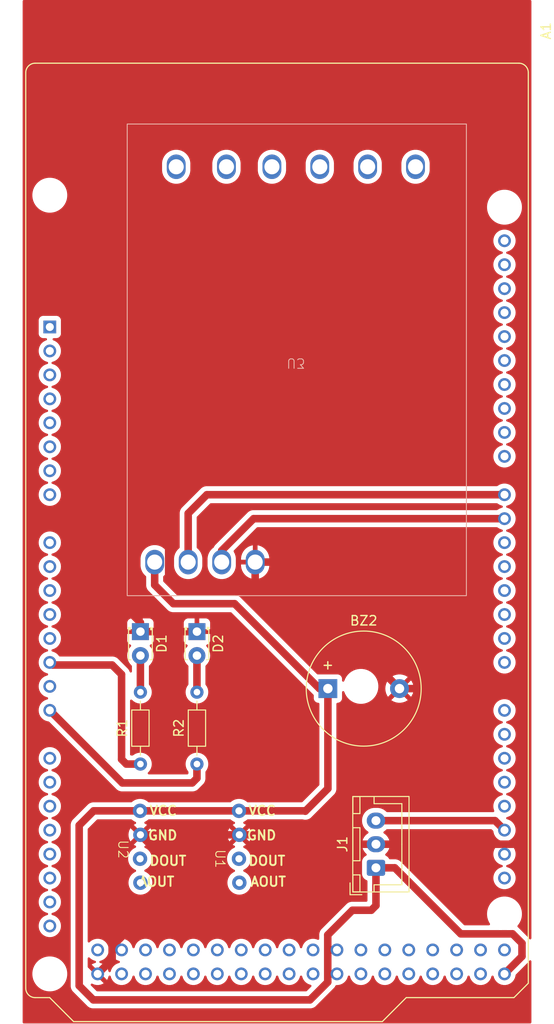
<source format=kicad_pcb>
(kicad_pcb (version 20240108) (generator "pcbnew") (generator_version "8.0")
  (layers (0 "F.Cu" signal) (31 "B.Cu" signal) (34 "B.Paste" user) (35 "F.Paste" user) (36 "B.SilkS" user "B.Silkscreen") (37 "F.SilkS" user "F.Silkscreen") (38 "B.Mask" user) (39 "F.Mask" user) (44 "Edge.Cuts" user))
  (net 0 "")
  (net 11 "Net-(A1-PadAD5)")
  (net 15 "Net-(U3-IN2)")
  (net 34 "Net-(A1-PadAD7)")
  (net 61 "Net-(J1-Pin_3)")
  (net 84 "Net-(D1-A)")
  (net 85 "Net-(D2-A)")
  (net 86 "GND")
  (net 87 "+5V")
  (net 92 "Net-(U3-IN1)")
  (footprint "LED_THT:LED_D1.8mm_W3.3mm_H2.4mm" (layer "F.Cu") (at 216.5 89.46 -90)
    (property "Reference" "D1" (at 1.27 -2.26 90) (layer "F.SilkS"))
    (property "Value" "LED")
    (fp_line (start -0.44 1.26) (end 2.98 1.26) (stroke (width 0.12)) (layer "F.SilkS"))
    (fp_line (start -0.44 1.08) (end -0.44 1.26) (stroke (width 0.12)) (layer "F.SilkS"))
    (fp_line (start -0.32 1.08) (end -0.32 1.26) (stroke (width 0.12)) (layer "F.SilkS"))
    (fp_line (start -0.2 1.08) (end -0.2 1.26) (stroke (width 0.12)) (layer "F.SilkS"))
    (fp_line (start 2.98 1.028) (end 2.98 1.26) (stroke (width 0.12)) (layer "F.SilkS"))
    (fp_line (start -0.44 -1.26) (end -0.44 -1.08) (stroke (width 0.12)) (layer "F.SilkS"))
    (fp_line (start -0.44 -1.26) (end 2.98 -1.26) (stroke (width 0.12)) (layer "F.SilkS"))
    (fp_line (start -0.32 -1.26) (end -0.32 -1.08) (stroke (width 0.12)) (layer "F.SilkS"))
    (fp_line (start -0.2 -1.26) (end -0.2 -1.08) (stroke (width 0.12)) (layer "F.SilkS"))
    (fp_line (start 2.98 -1.26) (end 2.98 -1.028) (stroke (width 0.12)) (layer "F.SilkS"))
    (pad "1" thru_hole rect (at 0 0 270) (size 1.8 1.8) (drill 0.9) (layers "*.Cu" "*.Mask") (net 86 "GND"))
    (pad "2" thru_hole circle (at 2.54 0 270) (size 1.8 1.8) (drill 0.9) (layers "*.Cu" "*.Mask") (net 84 "Net-(D1-A)"))
  )
  (footprint "A000067:MODULE_A000067" (layer "F.Cu") (at 231 80 -90)
    (property "Reference" "A1" (at -54.225 -28.555 90) (layer "F.SilkS"))
    (property "Value" "A000067")
    (fp_line (start 47.26 26.67) (end -49.8 26.67) (stroke (width 0.127)) (layer "F.SilkS"))
    (fp_line (start -50.8 25.67) (end -50.8 -25.67) (stroke (width 0.127)) (layer "F.SilkS"))
    (fp_line (start 48.26 24.13) (end 48.26 25.67) (stroke (width 0.127)) (layer "F.SilkS"))
    (fp_line (start 50.8 21.59) (end 48.26 24.13) (stroke (width 0.127)) (layer "F.SilkS"))
    (fp_line (start 50.8 -11.176) (end 50.8 21.59) (stroke (width 0.127)) (layer "F.SilkS"))
    (fp_line (start 48.26 -13.716) (end 50.8 -11.176) (stroke (width 0.127)) (layer "F.SilkS"))
    (fp_line (start 48.26 -25.146) (end 48.26 -13.716) (stroke (width 0.127)) (layer "F.SilkS"))
    (fp_line (start -49.8 -26.67) (end 46.736 -26.67) (stroke (width 0.127)) (layer "F.SilkS"))
    (fp_line (start 46.736 -26.67) (end 48.26 -25.146) (stroke (width 0.127)) (layer "F.SilkS"))
    (fp_arc (start -49.8 26.67) (mid -50.507107 26.377107) (end -50.8 25.67) (stroke (width 0.127)) (layer "F.SilkS"))
    (fp_arc (start 48.26 25.67) (mid 47.967107 26.377107) (end 47.26 26.67) (stroke (width 0.127)) (layer "F.SilkS"))
    (fp_arc (start -50.8 -25.67) (mid -50.507107 -26.377107) (end -49.8 -26.67) (stroke (width 0.127)) (layer "F.SilkS"))
    (pad "" np_thru_hole circle (at -36.8044 24.1172 270) (size 3.2 3.2) (drill 3.2) (layers "*.Cu" "*.Mask"))
    (pad "" np_thru_hole circle (at -35.5344 -24.1428 270) (size 3.2 3.2) (drill 3.2) (layers "*.Cu" "*.Mask"))
    (pad "" np_thru_hole circle (at 15.2656 -8.9028 270) (size 3.2 3.2) (drill 3.2) (layers "*.Cu" "*.Mask"))
    (pad "" np_thru_hole circle (at 15.2656 19.0372 270) (size 3.2 3.2) (drill 3.2) (layers "*.Cu" "*.Mask"))
    (pad "" np_thru_hole circle (at 39.3956 -24.1428 270) (size 3.2 3.2) (drill 3.2) (layers "*.Cu" "*.Mask"))
    (pad "" np_thru_hole circle (at 45.7456 24.1172 270) (size 3.2 3.2) (drill 3.2) (layers "*.Cu" "*.Mask"))
    (pad "0" thru_hole circle (at 12.7256 -24.1428 270) (size 1.358 1.358) (drill 0.85) (layers "*.Cu" "*.Mask"))
    (pad "1" thru_hole circle (at 10.1856 -24.1428 270) (size 1.358 1.358) (drill 0.85) (layers "*.Cu" "*.Mask"))
    (pad "2" thru_hole circle (at 7.6456 -24.1428 270) (size 1.358 1.358) (drill 0.85) (layers "*.Cu" "*.Mask"))
    (pad "3" thru_hole circle (at 5.1056 -24.1428 270) (size 1.358 1.358) (drill 0.85) (layers "*.Cu" "*.Mask"))
    (pad "3V3" thru_hole circle (at -15.2144 24.1172 270) (size 1.358 1.358) (drill 0.85) (layers "*.Cu" "*.Mask"))
    (pad "4" thru_hole circle (at 2.5656 -24.1428 270) (size 1.358 1.358) (drill 0.85) (layers "*.Cu" "*.Mask"))
    (pad "5" thru_hole circle (at 0.0256 -24.1428 270) (size 1.358 1.358) (drill 0.85) (layers "*.Cu" "*.Mask"))
    (pad "5V_1" thru_hole circle (at -12.6744 24.1172 270) (size 1.358 1.358) (drill 0.85) (layers "*.Cu" "*.Mask"))
    (pad "5V_2" thru_hole circle (at 43.2056 -24.1428 270) (size 1.358 1.358) (drill 0.85) (layers "*.Cu" "*.Mask"))
    (pad "5V_3" thru_hole circle (at 45.7456 -24.1428 270) (size 1.358 1.358) (drill 0.85) (layers "*.Cu" "*.Mask") (net 87 "+5V"))
    (pad "6" thru_hole circle (at -2.5144 -24.1428 270) (size 1.358 1.358) (drill 0.85) (layers "*.Cu" "*.Mask") (net 92 "Net-(U3-IN1)"))
    (pad "7" thru_hole circle (at -5.0544 -24.1428 270) (size 1.358 1.358) (drill 0.85) (layers "*.Cu" "*.Mask") (net 15 "Net-(U3-IN2)"))
    (pad "8" thru_hole circle (at -9.1184 -24.1428 270) (size 1.358 1.358) (drill 0.85) (layers "*.Cu" "*.Mask"))
    (pad "9" thru_hole circle (at -11.6584 -24.1428 270) (size 1.358 1.358) (drill 0.85) (layers "*.Cu" "*.Mask"))
    (pad "10" thru_hole circle (at -14.1984 -24.1428 270) (size 1.358 1.358) (drill 0.85) (layers "*.Cu" "*.Mask"))
    (pad "11" thru_hole circle (at -16.7384 -24.1428 270) (size 1.358 1.358) (drill 0.85) (layers "*.Cu" "*.Mask"))
    (pad "12" thru_hole circle (at -19.2784 -24.1428 270) (size 1.358 1.358) (drill 0.85) (layers "*.Cu" "*.Mask"))
    (pad "13" thru_hole circle (at -21.8184 -24.1428 270) (size 1.358 1.358) (drill 0.85) (layers "*.Cu" "*.Mask"))
    (pad "14" thru_hole circle (at 17.8056 -24.1428 270) (size 1.358 1.358) (drill 0.85) (layers "*.Cu" "*.Mask"))
    (pad "15" thru_hole circle (at 20.3456 -24.1428 270) (size 1.358 1.358) (drill 0.85) (layers "*.Cu" "*.Mask"))
    (pad "16" thru_hole circle (at 22.8856 -24.1428 270) (size 1.358 1.358) (drill 0.85) (layers "*.Cu" "*.Mask"))
    (pad "17" thru_hole circle (at 25.4256 -24.1428 270) (size 1.358 1.358) (drill 0.85) (layers "*.Cu" "*.Mask"))
    (pad "18" thru_hole circle (at 27.9656 -24.1428 270) (size 1.358 1.358) (drill 0.85) (layers "*.Cu" "*.Mask"))
    (pad "19" thru_hole circle (at 30.5056 -24.1428 270) (size 1.358 1.358) (drill 0.85) (layers "*.Cu" "*.Mask") (net 61 "Net-(J1-Pin_3)"))
    (pad "20" thru_hole circle (at 33.0456 -24.1428 270) (size 1.358 1.358) (drill 0.85) (layers "*.Cu" "*.Mask"))
    (pad "21" thru_hole circle (at 35.5856 -24.1428 270) (size 1.358 1.358) (drill 0.85) (layers "*.Cu" "*.Mask"))
    (pad "22" thru_hole circle (at 43.2056 -21.6028 270) (size 1.358 1.358) (drill 0.85) (layers "*.Cu" "*.Mask"))
    (pad "23" thru_hole circle (at 45.7456 -21.6028 270) (size 1.358 1.358) (drill 0.85) (layers "*.Cu" "*.Mask"))
    (pad "24" thru_hole circle (at 43.2056 -19.0628 270) (size 1.358 1.358) (drill 0.85) (layers "*.Cu" "*.Mask"))
    (pad "25" thru_hole circle (at 45.7456 -19.0628 270) (size 1.358 1.358) (drill 0.85) (layers "*.Cu" "*.Mask"))
    (pad "26" thru_hole circle (at 43.2056 -16.5228 270) (size 1.358 1.358) (drill 0.85) (layers "*.Cu" "*.Mask"))
    (pad "27" thru_hole circle (at 45.7456 -16.5228 270) (size 1.358 1.358) (drill 0.85) (layers "*.Cu" "*.Mask"))
    (pad "28" thru_hole circle (at 43.2056 -13.9828 270) (size 1.358 1.358) (drill 0.85) (layers "*.Cu" "*.Mask"))
    (pad "29" thru_hole circle (at 45.7456 -13.9828 270) (size 1.358 1.358) (drill 0.85) (layers "*.Cu" "*.Mask"))
    (pad "30" thru_hole circle (at 43.2056 -11.4428 270) (size 1.358 1.358) (drill 0.85) (layers "*.Cu" "*.Mask"))
    (pad "31" thru_hole circle (at 45.7456 -11.4428 270) (size 1.358 1.358) (drill 0.85) (layers "*.Cu" "*.Mask"))
    (pad "32" thru_hole circle (at 43.2056 -8.9028 270) (size 1.358 1.358) (drill 0.85) (layers "*.Cu" "*.Mask"))
    (pad "33" thru_hole circle (at 45.7456 -8.9028 270) (size 1.358 1.358) (drill 0.85) (layers "*.Cu" "*.Mask"))
    (pad "34" thru_hole circle (at 43.2056 -6.3628 270) (size 1.358 1.358) (drill 0.85) (layers "*.Cu" "*.Mask"))
    (pad "35" thru_hole circle (at 45.7456 -6.3628 270) (size 1.358 1.358) (drill 0.85) (layers "*.Cu" "*.Mask"))
    (pad "36" thru_hole circle (at 43.2056 -3.8228 270) (size 1.358 1.358) (drill 0.85) (layers "*.Cu" "*.Mask"))
    (pad "37" thru_hole circle (at 45.7456 -3.8228 270) (size 1.358 1.358) (drill 0.85) (layers "*.Cu" "*.Mask"))
    (pad "38" thru_hole circle (at 43.2056 -1.2828 270) (size 1.358 1.358) (drill 0.85) (layers "*.Cu" "*.Mask"))
    (pad "39" thru_hole circle (at 45.7456 -1.2828 270) (size 1.358 1.358) (drill 0.85) (layers "*.Cu" "*.Mask"))
    (pad "40" thru_hole circle (at 43.2056 1.2572 270) (size 1.358 1.358) (drill 0.85) (layers "*.Cu" "*.Mask"))
    (pad "41" thru_hole circle (at 45.7456 1.2572 270) (size 1.358 1.358) (drill 0.85) (layers "*.Cu" "*.Mask"))
    (pad "42" thru_hole circle (at 43.2056 3.7972 270) (size 1.358 1.358) (drill 0.85) (layers "*.Cu" "*.Mask"))
    (pad "43" thru_hole circle (at 45.7456 3.7972 270) (size 1.358 1.358) (drill 0.85) (layers "*.Cu" "*.Mask"))
    (pad "44" thru_hole circle (at 43.2056 6.3372 270) (size 1.358 1.358) (drill 0.85) (layers "*.Cu" "*.Mask"))
    (pad "45" thru_hole circle (at 45.7456 6.3372 270) (size 1.358 1.358) (drill 0.85) (layers "*.Cu" "*.Mask"))
    (pad "46" thru_hole circle (at 43.2056 8.8772 270) (size 1.358 1.358) (drill 0.85) (layers "*.Cu" "*.Mask"))
    (pad "47" thru_hole circle (at 45.7456 8.8772 270) (size 1.358 1.358) (drill 0.85) (layers "*.Cu" "*.Mask"))
    (pad "48" thru_hole circle (at 43.2056 11.4172 270) (size 1.358 1.358) (drill 0.85) (layers "*.Cu" "*.Mask"))
    (pad "49" thru_hole circle (at 45.7456 11.4172 270) (size 1.358 1.358) (drill 0.85) (layers "*.Cu" "*.Mask"))
    (pad "50" thru_hole circle (at 43.2056 13.9572 270) (size 1.358 1.358) (drill 0.85) (layers "*.Cu" "*.Mask"))
    (pad "51" thru_hole circle (at 45.7456 13.9572 270) (size 1.358 1.358) (drill 0.85) (layers "*.Cu" "*.Mask"))
    (pad "52" thru_hole circle (at 43.2056 16.4972 270) (size 1.358 1.358) (drill 0.85) (layers "*.Cu" "*.Mask"))
    (pad "53" thru_hole circle (at 45.7456 16.4972 270) (size 1.358 1.358) (drill 0.85) (layers "*.Cu" "*.Mask"))
    (pad "AD0" thru_hole circle (at 0.0256 24.1172 270) (size 1.358 1.358) (drill 0.85) (layers "*.Cu" "*.Mask"))
    (pad "AD1" thru_hole circle (at 2.5656 24.1172 270) (size 1.358 1.358) (drill 0.85) (layers "*.Cu" "*.Mask"))
    (pad "AD2" thru_hole circle (at 5.1056 24.1172 270) (size 1.358 1.358) (drill 0.85) (layers "*.Cu" "*.Mask"))
    (pad "AD3" thru_hole circle (at 7.6456 24.1172 270) (size 1.358 1.358) (drill 0.85) (layers "*.Cu" "*.Mask"))
    (pad "AD4" thru_hole circle (at 10.1856 24.1172 270) (size 1.358 1.358) (drill 0.85) (layers "*.Cu" "*.Mask"))
    (pad "AD5" thru_hole circle (at 12.7256 24.1172 270) (size 1.358 1.358) (drill 0.85) (layers "*.Cu" "*.Mask") (net 11 "Net-(A1-PadAD5)"))
    (pad "AD6" thru_hole circle (at 15.2656 24.1172 270) (size 1.358 1.358) (drill 0.85) (layers "*.Cu" "*.Mask"))
    (pad "AD7" thru_hole circle (at 17.8056 24.1172 270) (size 1.358 1.358) (drill 0.85) (layers "*.Cu" "*.Mask") (net 34 "Net-(A1-PadAD7)"))
    (pad "AD8" thru_hole circle (at 22.8856 24.1172 270) (size 1.358 1.358) (drill 0.85) (layers "*.Cu" "*.Mask"))
    (pad "AD9" thru_hole circle (at 25.4256 24.1172 270) (size 1.358 1.358) (drill 0.85) (layers "*.Cu" "*.Mask"))
    (pad "AD10" thru_hole circle (at 27.9656 24.1172 270) (size 1.358 1.358) (drill 0.85) (layers "*.Cu" "*.Mask"))
    (pad "AD11" thru_hole circle (at 30.5056 24.1172 270) (size 1.358 1.358) (drill 0.85) (layers "*.Cu" "*.Mask"))
    (pad "AD12" thru_hole circle (at 33.0456 24.1172 270) (size 1.358 1.358) (drill 0.85) (layers "*.Cu" "*.Mask"))
    (pad "AD13" thru_hole circle (at 35.5856 24.1172 270) (size 1.358 1.358) (drill 0.85) (layers "*.Cu" "*.Mask"))
    (pad "AD14" thru_hole circle (at 38.1256 24.1172 270) (size 1.358 1.358) (drill 0.85) (layers "*.Cu" "*.Mask"))
    (pad "AD15" thru_hole circle (at 40.6656 24.1172 270) (size 1.358 1.358) (drill 0.85) (layers "*.Cu" "*.Mask"))
    (pad "AREF" thru_hole circle (at -26.8984 -24.1428 270) (size 1.358 1.358) (drill 0.85) (layers "*.Cu" "*.Mask"))
    (pad "GND1" thru_hole circle (at -10.1344 24.1172 270) (size 1.358 1.358) (drill 0.85) (layers "*.Cu" "*.Mask"))
    (pad "GND2" thru_hole circle (at -7.5944 24.1172 270) (size 1.358 1.358) (drill 0.85) (layers "*.Cu" "*.Mask"))
    (pad "GND3" thru_hole circle (at -24.3584 -24.1428 270) (size 1.358 1.358) (drill 0.85) (layers "*.Cu" "*.Mask"))
    (pad "GND4" thru_hole circle (at 43.2056 19.0372 270) (size 1.358 1.358) (drill 0.85) (layers "*.Cu" "*.Mask"))
    (pad "GND5" thru_hole circle (at 45.7456 19.0372 270) (size 1.358 1.358) (drill 0.85) (layers "*.Cu" "*.Mask") (net 86 "GND"))
    (pad "IOREF" thru_hole circle (at -20.2944 24.1172 270) (size 1.358 1.358) (drill 0.85) (layers "*.Cu" "*.Mask"))
    (pad "NC" thru_hole rect (at -22.8344 24.1172 270) (size 1.358 1.358) (drill 0.85) (layers "*.Cu" "*.Mask"))
    (pad "RESET" thru_hole circle (at -17.7544 24.1172 270) (size 1.358 1.358) (drill 0.85) (layers "*.Cu" "*.Mask"))
    (pad "SCL" thru_hole circle (at -31.9784 -24.1428 270) (size 1.358 1.358) (drill 0.85) (layers "*.Cu" "*.Mask"))
    (pad "SDA" thru_hole circle (at -29.4384 -24.1428 270) (size 1.358 1.358) (drill 0.85) (layers "*.Cu" "*.Mask"))
    (pad "VIN" thru_hole circle (at -5.0544 24.1172 270) (size 1.358 1.358) (drill 0.85) (layers "*.Cu" "*.Mask"))
  )
  (footprint "Resistor_THT:R_Axial_DIN0204_L3.6mm_D1.6mm_P7.62mm_Horizontal" (layer "F.Cu") (at 216.5 103.5 90)
    (property "Reference" "R1" (at 3.81 -1.92 90) (layer "F.SilkS"))
    (property "Value" "R")
    (fp_line (start 5.73 -0.92) (end 1.89 -0.92) (stroke (width 0.12)) (layer "F.SilkS"))
    (fp_line (start 1.89 -0.92) (end 1.89 0.92) (stroke (width 0.12)) (layer "F.SilkS"))
    (fp_line (start 6.68 0) (end 5.73 0) (stroke (width 0.12)) (layer "F.SilkS"))
    (fp_line (start 0.94 0) (end 1.89 0) (stroke (width 0.12)) (layer "F.SilkS"))
    (fp_line (start 5.73 0.92) (end 5.73 -0.92) (stroke (width 0.12)) (layer "F.SilkS"))
    (fp_line (start 1.89 0.92) (end 5.73 0.92) (stroke (width 0.12)) (layer "F.SilkS"))
    (pad "1" thru_hole circle (at 0 0 90) (size 1.4 1.4) (drill 0.7) (layers "*.Cu" "*.Mask") (net 11 "Net-(A1-PadAD5)"))
    (pad "2" thru_hole oval (at 7.62 0 90) (size 1.4 1.4) (drill 0.7) (layers "*.Cu" "*.Mask") (net 84 "Net-(D1-A)"))
  )
  (footprint "Buzzer_Beeper:Buzzer_12x9.5RM7.6" (layer "F.Cu") (at 236.4 95.5)
    (property "Reference" "BZ2" (at 3.8 -7.2 0) (layer "F.SilkS"))
    (property "Value" "Buzzer")
    (fp_circle (center 3.8 0) (end 9.9 0) (stroke (width 0.12)) (fill none) (layer "F.SilkS"))
    (fp_text user "+" (at -0.01 -2.54 0) (layer "F.SilkS"))
    (pad "1" thru_hole rect (at 0 0) (size 2 2) (drill 1) (layers "*.Cu" "*.Mask") (net 87 "+5V"))
    (pad "2" thru_hole circle (at 7.6 0) (size 2 2) (drill 1) (layers "*.Cu" "*.Mask") (net 86 "GND"))
  )
  (footprint "Connector_JST:JST_XH_B3B-XH-A_1x03_P2.50mm_Vertical" (layer "F.Cu") (at 241.5 114.5 90)
    (property "Reference" "J1" (at 2.5 -3.55 90) (layer "F.SilkS"))
    (property "Value" "Conn_01x03_Socket")
    (fp_line (start -1.6 -2.75) (end -2.85 -2.75) (stroke (width 0.12)) (layer "F.SilkS"))
    (fp_line (start -2.85 -2.75) (end -2.85 -1.5) (stroke (width 0.12)) (layer "F.SilkS"))
    (fp_line (start 7.56 -2.46) (end -2.56 -2.46) (stroke (width 0.12)) (layer "F.SilkS"))
    (fp_line (start -2.56 -2.46) (end -2.56 3.51) (stroke (width 0.12)) (layer "F.SilkS"))
    (fp_line (start 7.55 -2.45) (end 5.75 -2.45) (stroke (width 0.12)) (layer "F.SilkS"))
    (fp_line (start 5.75 -2.45) (end 5.75 -1.7) (stroke (width 0.12)) (layer "F.SilkS"))
    (fp_line (start 4.25 -2.45) (end 0.75 -2.45) (stroke (width 0.12)) (layer "F.SilkS"))
    (fp_line (start 0.75 -2.45) (end 0.75 -1.7) (stroke (width 0.12)) (layer "F.SilkS"))
    (fp_line (start -0.75 -2.45) (end -2.55 -2.45) (stroke (width 0.12)) (layer "F.SilkS"))
    (fp_line (start -2.55 -2.45) (end -2.55 -1.7) (stroke (width 0.12)) (layer "F.SilkS"))
    (fp_line (start 7.55 -1.7) (end 7.55 -2.45) (stroke (width 0.12)) (layer "F.SilkS"))
    (fp_line (start 5.75 -1.7) (end 7.55 -1.7) (stroke (width 0.12)) (layer "F.SilkS"))
    (fp_line (start 4.25 -1.7) (end 4.25 -2.45) (stroke (width 0.12)) (layer "F.SilkS"))
    (fp_line (start 0.75 -1.7) (end 4.25 -1.7) (stroke (width 0.12)) (layer "F.SilkS"))
    (fp_line (start -0.75 -1.7) (end -0.75 -2.45) (stroke (width 0.12)) (layer "F.SilkS"))
    (fp_line (start -2.55 -1.7) (end -0.75 -1.7) (stroke (width 0.12)) (layer "F.SilkS"))
    (fp_line (start 7.55 -0.2) (end 6.8 -0.2) (stroke (width 0.12)) (layer "F.SilkS"))
    (fp_line (start 6.8 -0.2) (end 6.8 2.75) (stroke (width 0.12)) (layer "F.SilkS"))
    (fp_line (start -1.8 -0.2) (end -1.8 2.75) (stroke (width 0.12)) (layer "F.SilkS"))
    (fp_line (start -2.55 -0.2) (end -1.8 -0.2) (stroke (width 0.12)) (layer "F.SilkS"))
    (fp_line (start 6.8 2.75) (end 2.5 2.75) (stroke (width 0.12)) (layer "F.SilkS"))
    (fp_line (start -1.8 2.75) (end 2.5 2.75) (stroke (width 0.12)) (layer "F.SilkS"))
    (fp_line (start 7.56 3.51) (end 7.56 -2.46) (stroke (width 0.12)) (layer "F.SilkS"))
    (fp_line (start -2.56 3.51) (end 7.56 3.51) (stroke (width 0.12)) (layer "F.SilkS"))
    (pad "1" thru_hole roundrect (at 0 0 90) (size 1.7 1.95) (drill 0.95) (layers "*.Cu" "*.Mask") (roundrect_rratio 0.147059) (net 87 "+5V"))
    (pad "2" thru_hole oval (at 2.5 0 90) (size 1.7 1.95) (drill 0.95) (layers "*.Cu" "*.Mask") (net 86 "GND"))
    (pad "3" thru_hole oval (at 5 0 90) (size 1.7 1.95) (drill 0.95) (layers "*.Cu" "*.Mask") (net 61 "Net-(J1-Pin_3)"))
  )
  (footprint "Resistor_THT:R_Axial_DIN0204_L3.6mm_D1.6mm_P7.62mm_Horizontal" (layer "F.Cu") (at 222.5 103.5 90)
    (property "Reference" "R2" (at 3.81 -1.92 90) (layer "F.SilkS"))
    (property "Value" "R")
    (fp_line (start 5.73 -0.92) (end 1.89 -0.92) (stroke (width 0.12)) (layer "F.SilkS"))
    (fp_line (start 1.89 -0.92) (end 1.89 0.92) (stroke (width 0.12)) (layer "F.SilkS"))
    (fp_line (start 6.68 0) (end 5.73 0) (stroke (width 0.12)) (layer "F.SilkS"))
    (fp_line (start 0.94 0) (end 1.89 0) (stroke (width 0.12)) (layer "F.SilkS"))
    (fp_line (start 5.73 0.92) (end 5.73 -0.92) (stroke (width 0.12)) (layer "F.SilkS"))
    (fp_line (start 1.89 0.92) (end 5.73 0.92) (stroke (width 0.12)) (layer "F.SilkS"))
    (pad "1" thru_hole circle (at 0 0 90) (size 1.4 1.4) (drill 0.7) (layers "*.Cu" "*.Mask") (net 34 "Net-(A1-PadAD7)"))
    (pad "2" thru_hole oval (at 7.62 0 90) (size 1.4 1.4) (drill 0.7) (layers "*.Cu" "*.Mask") (net 85 "Net-(D2-A)"))
  )
  (footprint "MQ135:MQ135" (layer "F.Cu") (at 214.16 112.54 -90)
    (property "Reference" "U2" (at 0 -0.5 -90) (layer "F.SilkS") (effects (font (thickness 0.1))))
    (property "Value" "~")
    (fp_text user "VCC" (at -3.5 -3.2 0) (layer "F.SilkS") (effects (font (thickness 0.2) (bold yes)) (justify left bottom)))
    (fp_text user "AOUT" (at 4.013 -2.067 0) (layer "F.SilkS") (effects (font (thickness 0.2) (bold yes)) (justify left bottom)))
    (fp_text user "DOUT" (at 1.8 -3.2 0) (layer "F.SilkS") (effects (font (thickness 0.2) (bold yes)) (justify left bottom)))
    (fp_text user "GND" (at -0.9 -3.05 0) (layer "F.SilkS") (effects (font (thickness 0.2) (bold yes)) (justify left bottom)))
    (pad "1" thru_hole circle (at -4.08 -2.3 270) (size 1.524 1.524) (drill 0.762) (layers "*.Cu" "*.Mask") (net 87 "+5V"))
    (pad "2" thru_hole circle (at -1.54 -2.34 270) (size 1.524 1.524) (drill 0.762) (layers "*.Cu" "*.Mask") (net 86 "GND"))
    (pad "3" thru_hole circle (at 1 -2.3 270) (size 1.524 1.524) (drill 0.762) (layers "*.Cu" "*.Mask"))
    (pad "4" thru_hole circle (at 3.54 -2.34 270) (size 1.524 1.524) (drill 0.762) (layers "*.Cu" "*.Mask"))
  )
  (footprint "LED_THT:LED_D1.8mm_W3.3mm_H2.4mm" (layer "F.Cu") (at 222.5 89.46 -90)
    (property "Reference" "D2" (at 1.27 -2.26 90) (layer "F.SilkS"))
    (property "Value" "LED")
    (fp_line (start -0.44 1.26) (end 2.98 1.26) (stroke (width 0.12)) (layer "F.SilkS"))
    (fp_line (start -0.44 1.08) (end -0.44 1.26) (stroke (width 0.12)) (layer "F.SilkS"))
    (fp_line (start -0.32 1.08) (end -0.32 1.26) (stroke (width 0.12)) (layer "F.SilkS"))
    (fp_line (start -0.2 1.08) (end -0.2 1.26) (stroke (width 0.12)) (layer "F.SilkS"))
    (fp_line (start 2.98 1.028) (end 2.98 1.26) (stroke (width 0.12)) (layer "F.SilkS"))
    (fp_line (start -0.44 -1.26) (end -0.44 -1.08) (stroke (width 0.12)) (layer "F.SilkS"))
    (fp_line (start -0.44 -1.26) (end 2.98 -1.26) (stroke (width 0.12)) (layer "F.SilkS"))
    (fp_line (start -0.32 -1.26) (end -0.32 -1.08) (stroke (width 0.12)) (layer "F.SilkS"))
    (fp_line (start -0.2 -1.26) (end -0.2 -1.08) (stroke (width 0.12)) (layer "F.SilkS"))
    (fp_line (start 2.98 -1.26) (end 2.98 -1.028) (stroke (width 0.12)) (layer "F.SilkS"))
    (pad "1" thru_hole rect (at 0 0 270) (size 1.8 1.8) (drill 0.9) (layers "*.Cu" "*.Mask") (net 86 "GND"))
    (pad "2" thru_hole circle (at 2.54 0 270) (size 1.8 1.8) (drill 0.9) (layers "*.Cu" "*.Mask") (net 85 "Net-(D2-A)"))
  )
  (footprint "MQ2:MQ2" (layer "F.Cu") (at 224.46 113.54 -90)
    (property "Reference" "U1" (at 0 -0.5 -90) (layer "F.SilkS") (effects (font (thickness 0.1))))
    (property "Value" "~")
    (fp_text user "AOUT" (at 3.013 -3.617 0) (layer "F.SilkS") (effects (font (thickness 0.2) (bold yes)) (justify left bottom)))
    (fp_text user "DOUT" (at 0.8 -3.4 0) (layer "F.SilkS") (effects (font (thickness 0.2) (bold yes)) (justify left bottom)))
    (fp_text user "VCC" (at -4.5 -3.4 0) (layer "F.SilkS") (effects (font (thickness 0.2) (bold yes)) (justify left bottom)))
    (fp_text user "GND" (at -1.9 -3.25 0) (layer "F.SilkS") (effects (font (thickness 0.2) (bold yes)) (justify left bottom)))
    (pad "1" thru_hole circle (at -5.08 -2.5 270) (size 1.524 1.524) (drill 0.762) (layers "*.Cu" "*.Mask") (net 87 "+5V"))
    (pad "2" thru_hole circle (at -2.54 -2.54 270) (size 1.524 1.524) (drill 0.762) (layers "*.Cu" "*.Mask") (net 86 "GND"))
    (pad "3" thru_hole circle (at 0 -2.5 270) (size 1.524 1.524) (drill 0.762) (layers "*.Cu" "*.Mask"))
    (pad "4" thru_hole circle (at 2.54 -2.54 270) (size 1.524 1.524) (drill 0.762) (layers "*.Cu" "*.Mask"))
  )
  (footprint "dualRelay:dualRelay" (layer "B.Cu") (at 233 60.5)
    (property "Reference" "U3" (at 0 0.5 180) (layer "B.SilkS") (effects (font (thickness 0.1)) (justify mirror)))
    (property "Value" "~")
    (fp_rect (start -17.9 25.15) (end 18.1 -24.85) (stroke (width 0.1)) (fill none) (layer "B.SilkS"))
    (pad "1" thru_hole oval (at -14.986 21.59) (size 2 2.6) (drill 1.6) (layers "*.Cu" "*.Mask") (net 87 "+5V"))
    (pad "2" thru_hole oval (at -11.43 21.59) (size 2 2.6) (drill 1.6) (layers "*.Cu" "*.Mask") (net 15 "Net-(U3-IN2)"))
    (pad "3" thru_hole oval (at -7.874 21.59) (size 2 2.6) (drill 1.6) (layers "*.Cu" "*.Mask") (net 92 "Net-(U3-IN1)"))
    (pad "4" thru_hole oval (at -4.318 21.59) (size 2 2.6) (drill 1.6) (layers "*.Cu" "*.Mask") (net 86 "GND"))
    (pad "5" thru_hole oval (at -12.7 -20.32) (size 2 2.6) (drill 1.6) (layers "*.Cu" "*.Mask"))
    (pad "6" thru_hole oval (at -7.366 -20.32) (size 2 2.6) (drill 1.6) (layers "*.Cu" "*.Mask"))
    (pad "7" thru_hole oval (at -2.54 -20.32) (size 2 2.6) (drill 1.6) (layers "*.Cu" "*.Mask"))
    (pad "8" thru_hole oval (at 2.54 -20.32) (size 2 2.6) (drill 1.6) (layers "*.Cu" "*.Mask"))
    (pad "9" thru_hole oval (at 7.62 -20.32) (size 2 2.6) (drill 1.6) (layers "*.Cu" "*.Mask"))
    (pad "10" thru_hole oval (at 12.7 -20.32) (size 2 2.6) (drill 1.6) (layers "*.Cu" "*.Mask"))
  )
  (segment (start 216.5 103.5) (end 215 103.5) (width 0.8) (layer "F.Cu") (net 11))
  (segment (start 207.1572 93) (end 206.8828 92.7256) (width 0.8) (layer "F.Cu") (net 11))
  (segment (start 214.5 103) (end 214.5 94) (width 0.8) (layer "F.Cu") (net 11))
  (segment (start 214.5 94) (end 213.5 93) (width 0.8) (layer "F.Cu") (net 11))
  (segment (start 213.5 93) (end 207.1572 93) (width 0.8) (layer "F.Cu") (net 11))
  (segment (start 215 103.5) (end 214.5 103) (width 0.8) (layer "F.Cu") (net 11))
  (segment (start 221.57 82.09) (end 221.57 76.93) (width 0.8) (layer "F.Cu") (net 15))
  (segment (start 221.57 76.93) (end 223.5544 74.9456) (width 0.8) (layer "F.Cu") (net 15))
  (segment (start 223.5544 74.9456) (end 255.1428 74.9456) (width 0.8) (layer "F.Cu") (net 15))
  (segment (start 222 105.5) (end 222.5 105) (width 0.8) (layer "F.Cu") (net 34))
  (segment (start 206.8828 97.8056) (end 214.5772 105.5) (width 0.8) (layer "F.Cu") (net 34))
  (segment (start 214.5772 105.5) (end 222 105.5) (width 0.8) (layer "F.Cu") (net 34))
  (segment (start 222.5 105) (end 222.5 103.5) (width 0.8) (layer "F.Cu") (net 34))
  (segment (start 241.5 109.5) (end 254.1372 109.5) (width 0.8) (layer "F.Cu") (net 61))
  (segment (start 254.1372 109.5) (end 255.1428 110.5056) (width 0.8) (layer "F.Cu") (net 61))
  (segment (start 216.5 92) (end 216.5 95.88) (width 0.8) (layer "F.Cu") (net 84))
  (segment (start 222.5 92) (end 222.5 95.88) (width 0.8) (layer "F.Cu") (net 85))
  (segment (start 217.5 111) (end 227 111) (width 0.8) (layer "F.Cu") (net 86))
  (segment (start 215.5 87.5) (end 216.5 88.5) (width 0.8) (layer "F.Cu") (net 86))
  (segment (start 228 85) (end 221 85) (width 0.8) (layer "F.Cu") (net 86))
  (segment (start 218.323884 118) (end 220.5 118) (width 0.8) (layer "F.Cu") (net 86))
  (segment (start 233.5 111) (end 227 111) (width 0.8) (layer "F.Cu") (net 86))
  (segment (start 228.682 82.09) (end 230.59 82.09) (width 0.8) (layer "F.Cu") (net 86))
  (segment (start 219.5 79.5) (end 218 78) (width 0.8) (layer "F.Cu") (net 86))
  (segment (start 230.59 82.09) (end 244 95.5) (width 0.8) (layer "F.Cu") (net 86))
  (segment (start 221 85) (end 219.5 83.5) (width 0.8) (layer "F.Cu") (net 86))
  (segment (start 241.5 112) (end 234.5 112) (width 0.8) (layer "F.Cu") (net 86))
  (segment (start 213.5 124.2084) (end 213.5 122.823884) (width 0.8) (layer "F.Cu") (net 86))
  (segment (start 211.9628 125.7456) (end 213.5 124.2084) (width 0.8) (layer "F.Cu") (net 86))
  (segment (start 219.5 83.5) (end 219.5 79.5) (width 0.8) (layer "F.Cu") (net 86))
  (segment (start 244 95.5) (end 255 95.5) (width 0.8) (layer "F.Cu") (net 86))
  (segment (start 220.5 115) (end 216.5 111) (width 0.8) (layer "F.Cu") (net 86))
  (segment (start 255 95.5) (end 257 97.5) (width 0.8) (layer "F.Cu") (net 86))
  (segment (start 213.5 122.823884) (end 218.323884 118) (width 0.8) (layer "F.Cu") (net 86))
  (segment (start 218 78) (end 216.5 78) (width 0.8) (layer "F.Cu") (net 86))
  (segment (start 228.682 82.09) (end 228.682 84.318) (width 0.8) (layer "F.Cu") (net 86))
  (segment (start 215.5 79) (end 215.5 87.5) (width 0.8) (layer "F.Cu") (net 86))
  (segment (start 256 112) (end 241.5 112) (width 0.8) (layer "F.Cu") (net 86))
  (segment (start 257 111) (end 256 112) (width 0.8) (layer "F.Cu") (net 86))
  (segment (start 234.5 112) (end 233.5 111) (width 0.8) (layer "F.Cu") (net 86))
  (segment (start 216.5 88.5) (end 216.5 89.46) (width 0.8) (layer "F.Cu") (net 86))
  (segment (start 216.5 89.46) (end 222.5 89.46) (width 0.8) (layer "F.Cu") (net 86))
  (segment (start 216.5 111) (end 217.5 111) (width 0.8) (layer "F.Cu") (net 86))
  (segment (start 257 97.5) (end 257 111) (width 0.8) (layer "F.Cu") (net 86))
  (segment (start 220.5 118) (end 220.5 115) (width 0.8) (layer "F.Cu") (net 86))
  (segment (start 228.682 84.318) (end 228 85) (width 0.8) (layer "F.Cu") (net 86))
  (segment (start 216.5 78) (end 215.5 79) (width 0.8) (layer "F.Cu") (net 86))
  (segment (start 241.5 118.5) (end 241.5 114.5) (width 0.8) (layer "F.Cu") (net 87))
  (segment (start 256 121.5) (end 257 122.5) (width 0.8) (layer "F.Cu") (net 87))
  (segment (start 250.5 121.5) (end 256 121.5) (width 0.8) (layer "F.Cu") (net 87))
  (segment (start 245 116) (end 250.5 121.5) (width 0.8) (layer "F.Cu") (net 87))
  (segment (start 239 119) (end 241 119) (width 0.8) (layer "F.Cu") (net 87))
  (segment (start 211.54 108.46) (end 210 110) (width 0.8) (layer "F.Cu") (net 87))
  (segment (start 218.014 82.09) (end 218.014 84.514) (width 0.8) (layer "F.Cu") (net 87))
  (segment (start 226.96 108.46) (end 216.46 108.46) (width 0.8) (layer "F.Cu") (net 87))
  (segment (start 218.014 84.514) (end 220 86.5) (width 0.8) (layer "F.Cu") (net 87))
  (segment (start 243.5 114.5) (end 245 116) (width 0.8) (layer "F.Cu") (net 87))
  (segment (start 234.5 128.5) (end 236.3838 126.6162) (width 0.8) (layer "F.Cu") (net 87))
  (segment (start 210 110) (end 210 127) (width 0.8) (layer "F.Cu") (net 87))
  (segment (start 216.46 108.46) (end 211.54 108.46) (width 0.8) (layer "F.Cu") (net 87))
  (segment (start 236.4 106.1) (end 234 108.5) (width 0.8) (layer "F.Cu") (net 87))
  (segment (start 241.5 114.5) (end 243.5 114.5) (width 0.8) (layer "F.Cu") (net 87))
  (segment (start 257 123.8884) (end 255.1428 125.7456) (width 0.8) (layer "F.Cu") (net 87))
  (segment (start 220 86.5) (end 226.5 86.5) (width 0.8) (layer "F.Cu") (net 87))
  (segment (start 235.5 95.5) (end 236.4 95.5) (width 0.8) (layer "F.Cu") (net 87))
  (segment (start 234 108.5) (end 233.96 108.46) (width 0.8) (layer "F.Cu") (net 87))
  (segment (start 211.5 128.5) (end 234.5 128.5) (width 0.8) (layer "F.Cu") (net 87))
  (segment (start 236.3838 126.6162) (end 236.3838 121.6162) (width 0.8) (layer "F.Cu") (net 87))
  (segment (start 241 119) (end 241.5 118.5) (width 0.8) (layer "F.Cu") (net 87))
  (segment (start 226.5 86.5) (end 235.5 95.5) (width 0.8) (layer "F.Cu") (net 87))
  (segment (start 257 122.5) (end 257 123.8884) (width 0.8) (layer "F.Cu") (net 87))
  (segment (start 236.3838 121.6162) (end 239 119) (width 0.8) (layer "F.Cu") (net 87))
  (segment (start 236.4 95.5) (end 236.4 106.1) (width 0.8) (layer "F.Cu") (net 87))
  (segment (start 210 127) (end 211.5 128.5) (width 0.8) (layer "F.Cu") (net 87))
  (segment (start 233.96 108.46) (end 226.96 108.46) (width 0.8) (layer "F.Cu") (net 87))
  (segment (start 225.126 82.09) (end 225.126 80.874) (width 0.8) (layer "F.Cu") (net 92))
  (segment (start 225.126 80.874) (end 228.5144 77.4856) (width 0.8) (layer "F.Cu") (net 92))
  (segment (start 228.5144 77.4856) (end 255.1428 77.4856) (width 0.8) (layer "F.Cu") (net 92))
  (zone (net 86) (net_name "GND") (layer "F.Cu") (connect_pads (clearance 0.5)) (min_thickness 0.25) (fill yes (thermal_gap 0.5) (thermal_bridge_width 0.5))
    (polygon (pts (xy 204 22.5) (xy 258 22.5) (xy 258 131) (xy 204 131)))
  )
)
</source>
